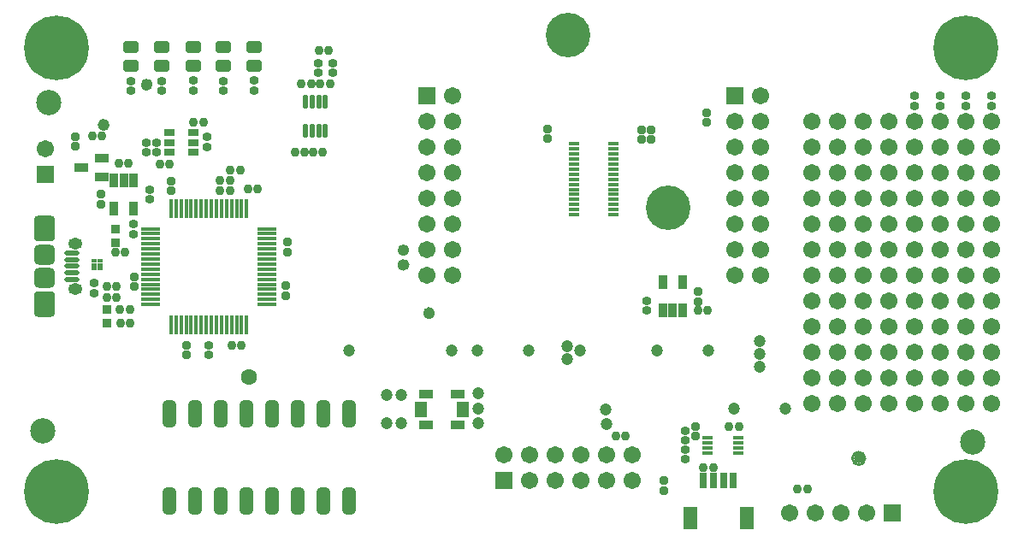
<source format=gbr>
%TF.GenerationSoftware,Altium Limited,Altium Designer,20.1.11 (218)*%
G04 Layer_Color=8388736*
%FSLAX26Y26*%
%MOIN*%
%TF.SameCoordinates,27E64F16-BD7F-4648-91A1-9AE93EB88D02*%
%TF.FilePolarity,Negative*%
%TF.FileFunction,Soldermask,Top*%
%TF.Part,Single*%
G01*
G75*
%TA.AperFunction,ComponentPad*%
%ADD62C,0.040000*%
%TA.AperFunction,NonConductor*%
%ADD75C,0.010000*%
%TA.AperFunction,SMDPad,CuDef*%
G04:AMPARAMS|DCode=82|XSize=33.984mil|YSize=30.835mil|CornerRadius=9.709mil|HoleSize=0mil|Usage=FLASHONLY|Rotation=0.000|XOffset=0mil|YOffset=0mil|HoleType=Round|Shape=RoundedRectangle|*
%AMROUNDEDRECTD82*
21,1,0.033984,0.011417,0,0,0.0*
21,1,0.014567,0.030835,0,0,0.0*
1,1,0.019417,0.007284,-0.005709*
1,1,0.019417,-0.007284,-0.005709*
1,1,0.019417,-0.007284,0.005709*
1,1,0.019417,0.007284,0.005709*
%
%ADD82ROUNDEDRECTD82*%
G04:AMPARAMS|DCode=83|XSize=33.984mil|YSize=30.835mil|CornerRadius=9.709mil|HoleSize=0mil|Usage=FLASHONLY|Rotation=90.000|XOffset=0mil|YOffset=0mil|HoleType=Round|Shape=RoundedRectangle|*
%AMROUNDEDRECTD83*
21,1,0.033984,0.011417,0,0,90.0*
21,1,0.014567,0.030835,0,0,90.0*
1,1,0.019417,0.005709,0.007284*
1,1,0.019417,0.005709,-0.007284*
1,1,0.019417,-0.005709,-0.007284*
1,1,0.019417,-0.005709,0.007284*
%
%ADD83ROUNDEDRECTD83*%
%ADD84C,0.015874*%
%ADD85C,0.098425*%
%TA.AperFunction,ComponentPad*%
%ADD86C,0.063118*%
%ADD87C,0.067055*%
%ADD88C,0.252095*%
%ADD89R,0.067055X0.067055*%
%ADD90C,0.173354*%
G04:AMPARAMS|DCode=91|XSize=82.803mil|YSize=67.055mil|CornerRadius=18.764mil|HoleSize=0mil|Usage=FLASHONLY|Rotation=0.000|XOffset=0mil|YOffset=0mil|HoleType=Round|Shape=RoundedRectangle|*
%AMROUNDEDRECTD91*
21,1,0.082803,0.029527,0,0,0.0*
21,1,0.045276,0.067055,0,0,0.0*
1,1,0.037528,0.022638,-0.014764*
1,1,0.037528,-0.022638,-0.014764*
1,1,0.037528,-0.022638,0.014764*
1,1,0.037528,0.022638,0.014764*
%
%ADD91ROUNDEDRECTD91*%
%ADD92O,0.055244X0.043433*%
%ADD93R,0.067055X0.067055*%
%TA.AperFunction,NonConductor*%
%ADD100C,0.024000*%
%TA.AperFunction,SMDPad,CuDef*%
G04:AMPARAMS|DCode=101|XSize=32.409mil|YSize=30.441mil|CornerRadius=9.61mil|HoleSize=0mil|Usage=FLASHONLY|Rotation=0.000|XOffset=0mil|YOffset=0mil|HoleType=Round|Shape=RoundedRectangle|*
%AMROUNDEDRECTD101*
21,1,0.032409,0.011220,0,0,0.0*
21,1,0.013189,0.030441,0,0,0.0*
1,1,0.019220,0.006594,-0.005610*
1,1,0.019220,-0.006594,-0.005610*
1,1,0.019220,-0.006594,0.005610*
1,1,0.019220,0.006594,0.005610*
%
%ADD101ROUNDEDRECTD101*%
%ADD102R,0.033591X0.055244*%
%ADD103O,0.015811X0.074866*%
%ADD104O,0.074866X0.015811*%
G04:AMPARAMS|DCode=105|XSize=32.409mil|YSize=30.441mil|CornerRadius=9.61mil|HoleSize=0mil|Usage=FLASHONLY|Rotation=90.000|XOffset=0mil|YOffset=0mil|HoleType=Round|Shape=RoundedRectangle|*
%AMROUNDEDRECTD105*
21,1,0.032409,0.011220,0,0,90.0*
21,1,0.013189,0.030441,0,0,90.0*
1,1,0.019220,0.005610,0.006594*
1,1,0.019220,0.005610,-0.006594*
1,1,0.019220,-0.005610,-0.006594*
1,1,0.019220,-0.005610,0.006594*
%
%ADD105ROUNDEDRECTD105*%
%ADD106R,0.053276X0.037528*%
%ADD107R,0.045402X0.063118*%
G04:AMPARAMS|DCode=108|XSize=52.488mil|YSize=104.063mil|CornerRadius=15.122mil|HoleSize=0mil|Usage=FLASHONLY|Rotation=0.000|XOffset=0mil|YOffset=0mil|HoleType=Round|Shape=RoundedRectangle|*
%AMROUNDEDRECTD108*
21,1,0.052488,0.073819,0,0,0.0*
21,1,0.022244,0.104063,0,0,0.0*
1,1,0.030244,0.011122,-0.036910*
1,1,0.030244,-0.011122,-0.036910*
1,1,0.030244,-0.011122,0.036910*
1,1,0.030244,0.011122,0.036910*
%
%ADD108ROUNDEDRECTD108*%
%ADD109R,0.020535X0.012661*%
G04:AMPARAMS|DCode=110|XSize=19.748mil|YSize=57.15mil|CornerRadius=5.937mil|HoleSize=0mil|Usage=FLASHONLY|Rotation=270.000|XOffset=0mil|YOffset=0mil|HoleType=Round|Shape=RoundedRectangle|*
%AMROUNDEDRECTD110*
21,1,0.019748,0.045276,0,0,270.0*
21,1,0.007874,0.057150,0,0,270.0*
1,1,0.011874,-0.022638,-0.003937*
1,1,0.011874,-0.022638,0.003937*
1,1,0.011874,0.022638,0.003937*
1,1,0.011874,0.022638,-0.003937*
%
%ADD110ROUNDEDRECTD110*%
%ADD111R,0.054457X0.032016*%
G04:AMPARAMS|DCode=112|XSize=47.37mil|YSize=63.118mil|CornerRadius=13.842mil|HoleSize=0mil|Usage=FLASHONLY|Rotation=90.000|XOffset=0mil|YOffset=0mil|HoleType=Round|Shape=RoundedRectangle|*
%AMROUNDEDRECTD112*
21,1,0.047370,0.035433,0,0,90.0*
21,1,0.019685,0.063118,0,0,90.0*
1,1,0.027685,0.017717,0.009843*
1,1,0.027685,0.017717,-0.009843*
1,1,0.027685,-0.017717,-0.009843*
1,1,0.027685,-0.017717,0.009843*
%
%ADD112ROUNDEDRECTD112*%
G04:AMPARAMS|DCode=113|XSize=21.716mil|YSize=51.244mil|CornerRadius=3.949mil|HoleSize=0mil|Usage=FLASHONLY|Rotation=0.000|XOffset=0mil|YOffset=0mil|HoleType=Round|Shape=RoundedRectangle|*
%AMROUNDEDRECTD113*
21,1,0.021716,0.043346,0,0,0.0*
21,1,0.013819,0.051244,0,0,0.0*
1,1,0.007898,0.006910,-0.021673*
1,1,0.007898,-0.006910,-0.021673*
1,1,0.007898,-0.006910,0.021673*
1,1,0.007898,0.006910,0.021673*
%
%ADD113ROUNDEDRECTD113*%
%ADD114R,0.043370X0.017000*%
%ADD115R,0.039433X0.029591*%
%ADD116R,0.043370X0.013840*%
%ADD117R,0.031620X0.061150*%
%ADD118R,0.035559X0.033591*%
%ADD119R,0.055240X0.086740*%
G04:AMPARAMS|DCode=120|XSize=54.26mil|YSize=82.803mil|CornerRadius=15.565mil|HoleSize=0mil|Usage=FLASHONLY|Rotation=90.000|XOffset=0mil|YOffset=0mil|HoleType=Round|Shape=RoundedRectangle|*
%AMROUNDEDRECTD120*
21,1,0.054260,0.051673,0,0,90.0*
21,1,0.023130,0.082803,0,0,90.0*
1,1,0.031130,0.025837,0.011565*
1,1,0.031130,0.025837,-0.011565*
1,1,0.031130,-0.025837,-0.011565*
1,1,0.031130,-0.025837,0.011565*
%
%ADD120ROUNDEDRECTD120*%
G04:AMPARAMS|DCode=121|XSize=78.866mil|YSize=82.803mil|CornerRadius=21.716mil|HoleSize=0mil|Usage=FLASHONLY|Rotation=270.000|XOffset=0mil|YOffset=0mil|HoleType=Round|Shape=RoundedRectangle|*
%AMROUNDEDRECTD121*
21,1,0.078866,0.039370,0,0,270.0*
21,1,0.035433,0.082803,0,0,270.0*
1,1,0.043433,-0.019685,-0.017717*
1,1,0.043433,-0.019685,0.017717*
1,1,0.043433,0.019685,0.017717*
1,1,0.043433,0.019685,-0.017717*
%
%ADD121ROUNDEDRECTD121*%
%TA.AperFunction,ViaPad*%
%ADD122C,0.047370*%
D62*
X3282237Y287402D02*
D03*
D75*
X3307237D02*
G03*
X3307237Y287402I-25000J0D01*
G01*
D82*
X2657906Y937071D02*
D03*
Y898488D02*
D03*
X2070236Y1533252D02*
D03*
Y1571834D02*
D03*
X2689400Y1596909D02*
D03*
X230315Y1541929D02*
D03*
X602756Y1369291D02*
D03*
X459000Y995291D02*
D03*
X661417Y690354D02*
D03*
X2471850Y1569816D02*
D03*
X2523622Y200394D02*
D03*
X1050197Y922638D02*
D03*
X2646457Y412992D02*
D03*
X2434836Y1569816D02*
D03*
X1058000Y1130291D02*
D03*
X331000Y1317291D02*
D03*
X2689400Y1635491D02*
D03*
X230315Y1503347D02*
D03*
X661417Y728937D02*
D03*
X2523622Y161811D02*
D03*
X1058000Y1091709D02*
D03*
X331000Y1278709D02*
D03*
X2434836Y1531234D02*
D03*
X2646457Y374409D02*
D03*
X1050197Y961220D02*
D03*
X2471850Y1531234D02*
D03*
X459000Y956709D02*
D03*
X602756Y1330709D02*
D03*
D83*
X295669Y1544291D02*
D03*
X832283Y1331693D02*
D03*
X838976Y729134D02*
D03*
X390354Y915354D02*
D03*
X2676575Y252953D02*
D03*
X2335039Y374016D02*
D03*
X1149213Y1749323D02*
D03*
X3043701Y169291D02*
D03*
X941291Y1337000D02*
D03*
X832291Y1372000D02*
D03*
X390354Y956693D02*
D03*
X558465Y1436024D02*
D03*
X2776968Y412402D02*
D03*
X404331Y868307D02*
D03*
X833071Y1411516D02*
D03*
X793701Y1331693D02*
D03*
X877559Y729134D02*
D03*
X2715157Y252953D02*
D03*
X2373622Y374016D02*
D03*
X1110630Y1749323D02*
D03*
X793709Y1372000D02*
D03*
X597047Y1436024D02*
D03*
X2815551Y412402D02*
D03*
X871654Y1411516D02*
D03*
X442913Y868307D02*
D03*
X351772Y956693D02*
D03*
X902709Y1337000D02*
D03*
X3082283Y169291D02*
D03*
X1184547Y1749323D02*
D03*
X1223130D02*
D03*
X351772Y915354D02*
D03*
X334252Y1544291D02*
D03*
D84*
X1495700Y1100000D02*
D03*
X1520300D02*
D03*
X1521300Y1042000D02*
D03*
X1494700D02*
D03*
X1608000Y867600D02*
D03*
Y841000D02*
D03*
X508000Y1731700D02*
D03*
Y1758300D02*
D03*
X340000Y1574700D02*
D03*
Y1601300D02*
D03*
D85*
X102362Y393701D02*
D03*
X3725000Y350394D02*
D03*
X125000Y1675000D02*
D03*
D86*
X905512Y605827D02*
D03*
D87*
X3500000Y1500000D02*
D03*
X3600000D02*
D03*
X3700000D02*
D03*
X3500000Y1400000D02*
D03*
X3600000D02*
D03*
X3700000D02*
D03*
X3800000D02*
D03*
X3500000Y1600000D02*
D03*
X3600000D02*
D03*
X3700000D02*
D03*
X3800000D02*
D03*
X2900000Y1100000D02*
D03*
X2800000Y1000000D02*
D03*
X2900000D02*
D03*
X1700000D02*
D03*
X1600000D02*
D03*
X1700000Y1100000D02*
D03*
X3800000Y1300000D02*
D03*
Y900000D02*
D03*
Y500000D02*
D03*
Y700000D02*
D03*
Y1100000D02*
D03*
Y1500000D02*
D03*
X3012598Y74803D02*
D03*
X2300000Y200000D02*
D03*
Y300000D02*
D03*
X114173Y1493701D02*
D03*
X3100000Y600000D02*
D03*
Y800000D02*
D03*
Y1600000D02*
D03*
X2400000Y200000D02*
D03*
Y300000D02*
D03*
X2200000D02*
D03*
Y200000D02*
D03*
X2000000Y300000D02*
D03*
X2100000D02*
D03*
X2000000Y200000D02*
D03*
X2100000D02*
D03*
X1900000Y300000D02*
D03*
X3212598Y74803D02*
D03*
X3312598D02*
D03*
X3112598D02*
D03*
X3300000Y1600000D02*
D03*
X3400000D02*
D03*
X3200000D02*
D03*
X3300000Y1500000D02*
D03*
X3400000D02*
D03*
X3100000D02*
D03*
X3200000D02*
D03*
X3100000Y1200000D02*
D03*
Y1100000D02*
D03*
X3200000Y1200000D02*
D03*
Y1100000D02*
D03*
X3300000Y1200000D02*
D03*
Y1100000D02*
D03*
X3400000Y1200000D02*
D03*
Y1100000D02*
D03*
X3500000Y1200000D02*
D03*
Y1100000D02*
D03*
X3600000Y1200000D02*
D03*
Y1100000D02*
D03*
X3700000Y1200000D02*
D03*
Y1100000D02*
D03*
X3800000Y1200000D02*
D03*
X3100000Y700000D02*
D03*
X3200000Y800000D02*
D03*
Y700000D02*
D03*
X3300000Y800000D02*
D03*
Y700000D02*
D03*
X3400000Y800000D02*
D03*
Y700000D02*
D03*
X3500000Y800000D02*
D03*
Y700000D02*
D03*
X3600000Y800000D02*
D03*
Y700000D02*
D03*
X3700000Y800000D02*
D03*
Y700000D02*
D03*
X3800000Y800000D02*
D03*
X3100000Y500000D02*
D03*
X3200000Y600000D02*
D03*
Y500000D02*
D03*
X3300000Y600000D02*
D03*
Y500000D02*
D03*
X3400000Y600000D02*
D03*
Y500000D02*
D03*
X3500000Y600000D02*
D03*
Y500000D02*
D03*
X3600000Y600000D02*
D03*
Y500000D02*
D03*
X3700000Y600000D02*
D03*
Y500000D02*
D03*
X3800000Y600000D02*
D03*
X3100000Y1000000D02*
D03*
Y900000D02*
D03*
X3200000Y1000000D02*
D03*
Y900000D02*
D03*
X3300000Y1000000D02*
D03*
Y900000D02*
D03*
X3400000Y1000000D02*
D03*
Y900000D02*
D03*
X3500000Y1000000D02*
D03*
Y900000D02*
D03*
X3600000Y1000000D02*
D03*
Y900000D02*
D03*
X3700000Y1000000D02*
D03*
Y900000D02*
D03*
X3800000Y1000000D02*
D03*
X3100000Y1400000D02*
D03*
Y1300000D02*
D03*
X3200000Y1400000D02*
D03*
Y1300000D02*
D03*
X3300000Y1400000D02*
D03*
Y1300000D02*
D03*
X3400000Y1400000D02*
D03*
Y1300000D02*
D03*
X3500000D02*
D03*
X3600000D02*
D03*
X3700000D02*
D03*
X1700000Y1700000D02*
D03*
X1600000Y1600000D02*
D03*
X1700000D02*
D03*
X1600000Y1500000D02*
D03*
X1700000D02*
D03*
X1600000Y1400000D02*
D03*
X1700000D02*
D03*
X1600000Y1300000D02*
D03*
X1700000D02*
D03*
X1600000Y1200000D02*
D03*
X1700000D02*
D03*
X1600000Y1100000D02*
D03*
X2800000D02*
D03*
X2900000Y1200000D02*
D03*
X2800000D02*
D03*
X2900000Y1300000D02*
D03*
X2800000D02*
D03*
X2900000Y1400000D02*
D03*
X2800000D02*
D03*
X2900000Y1500000D02*
D03*
X2800000D02*
D03*
X2900000Y1600000D02*
D03*
X2800000D02*
D03*
X2900000Y1700000D02*
D03*
D88*
X157480Y1889764D02*
D03*
X3700787Y157480D02*
D03*
Y1889764D02*
D03*
X157480Y157480D02*
D03*
D89*
X114173Y1393701D02*
D03*
X1600000Y1700000D02*
D03*
X2800000D02*
D03*
D90*
X2539134Y1264331D02*
D03*
X2149134Y1939331D02*
D03*
D91*
X110236Y873031D02*
D03*
Y1201772D02*
D03*
D92*
X228346Y949803D02*
D03*
Y1125000D02*
D03*
D93*
X1900000Y200000D02*
D03*
X3412598Y74803D02*
D03*
D100*
X1519100Y1100000D02*
G03*
X1519100Y1100000I-11000J0D01*
G01*
X1520100Y1042000D02*
G03*
X1520100Y1042000I-11000J0D01*
G01*
X1517900D02*
G03*
X1517900Y1042000I-11000J0D01*
G01*
X1619000Y855400D02*
G03*
X1619000Y855400I-11000J0D01*
G01*
Y853200D02*
G03*
X1619000Y853200I-11000J0D01*
G01*
X519000Y1743900D02*
G03*
X519000Y1743900I-11000J0D01*
G01*
Y1746100D02*
G03*
X519000Y1746100I-11000J0D01*
G01*
X351000Y1586900D02*
G03*
X351000Y1586900I-11000J0D01*
G01*
Y1589100D02*
G03*
X351000Y1589100I-11000J0D01*
G01*
D101*
X1233386Y1828937D02*
D03*
Y1791142D02*
D03*
X1176083Y1828937D02*
D03*
Y1791142D02*
D03*
X302000Y970898D02*
D03*
Y933102D02*
D03*
X3800780Y1700000D02*
D03*
Y1662205D02*
D03*
X3700000Y1700000D02*
D03*
Y1662205D02*
D03*
X3600000Y1700000D02*
D03*
Y1662205D02*
D03*
X3500000Y1700000D02*
D03*
Y1662205D02*
D03*
X749000Y690158D02*
D03*
Y727953D02*
D03*
X2457000Y902898D02*
D03*
X545276Y1481890D02*
D03*
X504921Y1482087D02*
D03*
Y1519882D02*
D03*
X545276Y1519685D02*
D03*
X520866Y1298394D02*
D03*
Y1336189D02*
D03*
X456000Y1200898D02*
D03*
Y1163102D02*
D03*
X926181Y1723228D02*
D03*
Y1761024D02*
D03*
X807087Y1722047D02*
D03*
Y1759842D02*
D03*
X688976Y1722244D02*
D03*
Y1760039D02*
D03*
X564961Y1722047D02*
D03*
Y1759842D02*
D03*
X2606299Y321063D02*
D03*
Y283268D02*
D03*
Y357087D02*
D03*
Y394882D02*
D03*
X2457000Y865102D02*
D03*
X444882Y1721260D02*
D03*
Y1759055D02*
D03*
X742126Y1540551D02*
D03*
Y1502756D02*
D03*
D102*
X455915Y1371610D02*
D03*
X418514D02*
D03*
X381112D02*
D03*
X381112Y1261373D02*
D03*
X455915D02*
D03*
X2520590Y864882D02*
D03*
X2557992D02*
D03*
X2595394D02*
D03*
X2595394Y975118D02*
D03*
X2520590D02*
D03*
D103*
X602362Y1261811D02*
D03*
X622047D02*
D03*
X641732D02*
D03*
X661417D02*
D03*
X681102D02*
D03*
X700787D02*
D03*
X720472D02*
D03*
X740157D02*
D03*
X759842D02*
D03*
X779528D02*
D03*
X799213D02*
D03*
X818898D02*
D03*
X838583D02*
D03*
X858268D02*
D03*
X877953D02*
D03*
X897638D02*
D03*
Y809055D02*
D03*
X877953D02*
D03*
X858268D02*
D03*
X838583D02*
D03*
X818898D02*
D03*
X799213D02*
D03*
X779528D02*
D03*
X759842D02*
D03*
X740157D02*
D03*
X720472D02*
D03*
X700787D02*
D03*
X681102D02*
D03*
X661417D02*
D03*
X641732D02*
D03*
X622047D02*
D03*
X602362D02*
D03*
D104*
X976378Y1183071D02*
D03*
Y1163386D02*
D03*
Y1143701D02*
D03*
Y1124016D02*
D03*
Y1104331D02*
D03*
Y1084646D02*
D03*
Y1064961D02*
D03*
Y1045276D02*
D03*
Y1025591D02*
D03*
Y1005906D02*
D03*
Y986221D02*
D03*
Y966535D02*
D03*
Y946851D02*
D03*
Y927165D02*
D03*
Y907480D02*
D03*
Y887795D02*
D03*
X523622D02*
D03*
Y907480D02*
D03*
Y927165D02*
D03*
Y946851D02*
D03*
Y966535D02*
D03*
Y986221D02*
D03*
Y1005906D02*
D03*
Y1025591D02*
D03*
Y1045276D02*
D03*
Y1064961D02*
D03*
Y1084646D02*
D03*
Y1104331D02*
D03*
Y1124016D02*
D03*
Y1143701D02*
D03*
Y1163386D02*
D03*
Y1183071D02*
D03*
D105*
X2654827Y864882D02*
D03*
X2692622D02*
D03*
X385827Y1092520D02*
D03*
X1216043Y1878051D02*
D03*
X404724Y814961D02*
D03*
X1086417Y1481299D02*
D03*
X1193110D02*
D03*
X437411Y1438102D02*
D03*
X728543Y1598425D02*
D03*
X690748D02*
D03*
X399616Y1438102D02*
D03*
X423622Y1092520D02*
D03*
X1155315Y1481299D02*
D03*
X1124213D02*
D03*
X442520Y814961D02*
D03*
X1178248Y1878051D02*
D03*
D106*
X1721008Y419212D02*
D03*
X1596992D02*
D03*
Y539291D02*
D03*
X1721008D02*
D03*
D107*
X1577307Y479252D02*
D03*
X1740693D02*
D03*
D108*
X994882Y122047D02*
D03*
X1094882D02*
D03*
X1294882D02*
D03*
Y460630D02*
D03*
X1094882D02*
D03*
X994882D02*
D03*
X894882D02*
D03*
X594882Y122047D02*
D03*
X694882D02*
D03*
X794882D02*
D03*
X894882D02*
D03*
X1194882D02*
D03*
Y460630D02*
D03*
X794882D02*
D03*
X694882D02*
D03*
X594882D02*
D03*
D109*
X302205Y1058748D02*
D03*
X327795D02*
D03*
Y1027252D02*
D03*
Y1043000D02*
D03*
X302205Y1027252D02*
D03*
Y1043000D02*
D03*
D110*
X215551Y1062992D02*
D03*
Y986220D02*
D03*
Y1011811D02*
D03*
Y1088583D02*
D03*
Y1037401D02*
D03*
D111*
X333661Y1386220D02*
D03*
Y1458268D02*
D03*
X252953Y1422244D02*
D03*
D112*
X444882Y1890748D02*
D03*
X926181Y1890748D02*
D03*
X807087Y1890748D02*
D03*
X688976D02*
D03*
X564961Y1890748D02*
D03*
Y1819882D02*
D03*
X688976Y1819882D02*
D03*
X807087D02*
D03*
X926181Y1819882D02*
D03*
X444882Y1819882D02*
D03*
D113*
X1152657Y1679828D02*
D03*
X1178248Y1563686D02*
D03*
X1203839D02*
D03*
X1127067Y1679828D02*
D03*
X1152657Y1563686D02*
D03*
X1127067D02*
D03*
X1178248Y1679828D02*
D03*
X1203839D02*
D03*
D114*
X2813378Y308749D02*
D03*
X2694496D02*
D03*
X2813378Y367805D02*
D03*
X2694496Y328435D02*
D03*
Y348119D02*
D03*
Y367805D02*
D03*
X2813378Y328435D02*
D03*
Y348119D02*
D03*
D115*
X689961Y1519685D02*
D03*
X595472Y1482284D02*
D03*
X689961D02*
D03*
Y1557087D02*
D03*
X595472D02*
D03*
Y1519685D02*
D03*
D116*
X2326772Y1238071D02*
D03*
Y1257756D02*
D03*
X2173228D02*
D03*
Y1238071D02*
D03*
Y1375866D02*
D03*
Y1277441D02*
D03*
Y1297126D02*
D03*
Y1316811D02*
D03*
Y1336496D02*
D03*
Y1356181D02*
D03*
Y1395551D02*
D03*
Y1415236D02*
D03*
Y1434921D02*
D03*
Y1454606D02*
D03*
Y1474291D02*
D03*
Y1493976D02*
D03*
Y1513661D02*
D03*
X2326772Y1415236D02*
D03*
Y1395551D02*
D03*
Y1356181D02*
D03*
Y1434921D02*
D03*
Y1493976D02*
D03*
Y1474291D02*
D03*
Y1454606D02*
D03*
Y1375866D02*
D03*
Y1277441D02*
D03*
Y1336496D02*
D03*
Y1316811D02*
D03*
Y1297126D02*
D03*
Y1513661D02*
D03*
D117*
X2676176Y200000D02*
D03*
X2715546D02*
D03*
X2754926D02*
D03*
X2794296D02*
D03*
D118*
X351378Y814961D02*
D03*
X387000Y1182575D02*
D03*
Y1129425D02*
D03*
X351378Y868110D02*
D03*
D119*
X2624996Y55310D02*
D03*
X2845476D02*
D03*
D120*
X110236Y911939D02*
D03*
Y1162864D02*
D03*
D121*
Y992126D02*
D03*
Y1082677D02*
D03*
D122*
X2697244Y707992D02*
D03*
X2497244D02*
D03*
X2145000Y725000D02*
D03*
Y675000D02*
D03*
X2197244Y707992D02*
D03*
X1997244D02*
D03*
X1797000D02*
D03*
X1697244D02*
D03*
X1297244D02*
D03*
X2898000Y645000D02*
D03*
X2997000Y481500D02*
D03*
X2798000Y480000D02*
D03*
X1444000Y534000D02*
D03*
X2898000Y695000D02*
D03*
Y745000D02*
D03*
X2299000Y420000D02*
D03*
X2296992Y479252D02*
D03*
X1800000Y425000D02*
D03*
Y480000D02*
D03*
Y540000D02*
D03*
X1444000Y424000D02*
D03*
X1499000Y534000D02*
D03*
Y424000D02*
D03*
%TF.MD5,eac01e7457cf1cfb8a7d19a98054c82b*%
M02*

</source>
